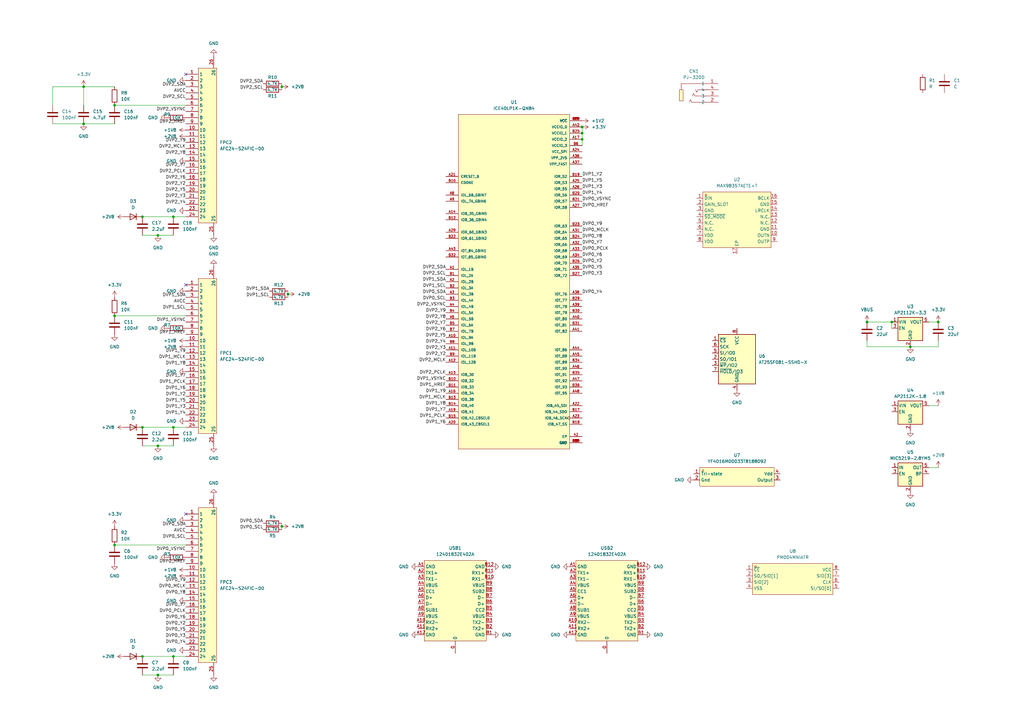
<source format=kicad_sch>
(kicad_sch (version 20230121) (generator eeschema)
  (paper "A3")
  (lib_symbols
    (symbol "Device:C" (pin_numbers hide) (pin_names (offset 0.254))
      (property "Reference" "C" (at 0.635 2.54 0))
      (property "Value" "C" (at 0.635 -2.54 0))
      (symbol "C_0_1"
        (polyline (pts (xy -2.032 -0.762) (xy 2.032 -0.762)) (stroke (width 0.508)))
        (polyline (pts (xy -2.032 0.762) (xy 2.032 0.762)) (stroke (width 0.508)))
      )
      (symbol "C_1_1"
        (pin passive line (at 0 3.81 270) (length 2.794) (name "~") (number "1"))
        (pin passive line (at 0 -3.81 90) (length 2.794) (name "~") (number "2"))
      )
    )
    (symbol "Device:D" (pin_numbers hide) (pin_names (offset 1.016) hide)
      (property "Reference" "D" (at 0 2.54 0))
      (property "Value" "D" (at 0 -2.54 0))
      (symbol "D_0_1"
        (polyline (pts (xy -1.27 1.27) (xy -1.27 -1.27)) (stroke (width 0.254)))
        (polyline (pts (xy 1.27 0) (xy -1.27 0)))
        (polyline (pts (xy 1.27 1.27) (xy 1.27 -1.27) (xy -1.27 0) (xy 1.27 1.27)) (stroke (width 0.254)))
      )
      (symbol "D_1_1"
        (pin passive line (at -3.81 0 0) (length 2.54) (name "K") (number "1"))
        (pin passive line (at 3.81 0 180) (length 2.54) (name "A") (number "2"))
      )
    )
    (symbol "Device:R" (pin_numbers hide) (pin_names (offset 0))
      (property "Reference" "R" (at 2.032 0 90))
      (property "Value" "R" (at 0 0 90))
      (symbol "R_0_1"
        (rectangle (start -1.016 -2.54) (end 1.016 2.54) (stroke (width 0.254)))
      )
      (symbol "R_1_1"
        (pin passive line (at 0 3.81 270) (length 1.27) (name "~") (number "1"))
        (pin passive line (at 0 -3.81 90) (length 1.27) (name "~") (number "2"))
      )
    )
    (symbol "ICE40LP1K-QN84:ICE40LP1K-QN84" (pin_names (offset 1.016))
      (property "Reference" "U" (at -22.874 68.622 0))
      (property "Value" "ICE40LP1K-QN84" (at -22.8927 -68.6781 0))
      (symbol "ICE40LP1K-QN84_0_0"
        (rectangle (start -22.86 -68.58) (end 22.86 68.58) (stroke (width 0.1524)) (fill (type background)))
        (pin power_in line (at 27.94 -63.5 180) (length 5.08) (name "EP") (number "42"))
        (pin bidirectional line (at -27.94 5.08 0) (length 5.08) (name "IOL_1B") (number "A1"))
        (pin bidirectional line (at -27.94 -22.86 0) (length 5.08) (name "IOL_9A") (number "A10"))
        (pin bidirectional line (at -27.94 -27.94 0) (length 5.08) (name "IOL_10B") (number "A11"))
        (pin bidirectional line (at -27.94 -33.02 0) (length 5.08) (name "IOL_12B") (number "A12"))
        (pin bidirectional line (at -27.94 -38.1 0) (length 5.08) (name "IOB_30") (number "A13"))
        (pin input line (at -27.94 27.94 0) (length 5.08) (name "IOB_35_GBIN5") (number "A14"))
        (pin power_in line (at 27.94 66.04 180) (length 5.08) (name "VCC") (number "A15"))
        (pin bidirectional line (at -27.94 -45.72 0) (length 5.08) (name "IOB_34") (number "A16"))
        (pin power_in line (at 27.94 58.42 180) (length 5.08) (name "VCCIO_2") (number "A17"))
        (pin power_in line (at 27.94 -66.04 180) (length 5.08) (name "GND") (number "A18"))
        (pin bidirectional line (at -27.94 -53.34 0) (length 5.08) (name "IOB_41") (number "A19"))
        (pin bidirectional line (at -27.94 0 0) (length 5.08) (name "IOL_2B") (number "A2"))
        (pin bidirectional line (at -27.94 -58.42 0) (length 5.08) (name "IOB_43_CBSEL1") (number "A20"))
        (pin input line (at -27.94 43.18 0) (length 5.08) (name "CRESET_B") (number "A21"))
        (pin bidirectional line (at 27.94 -50.8 180) (length 5.08) (name "IOB_45_SDI") (number "A22"))
        (pin bidirectional clock (at 27.94 -55.88 180) (length 5.08) (name "IOB_46_SCK") (number "A23"))
        (pin power_in line (at 27.94 53.34 180) (length 5.08) (name "VCC_SPI") (number "A24"))
        (pin bidirectional line (at 27.94 40.64 180) (length 5.08) (name "IOR_53") (number "A25"))
        (pin bidirectional line (at 27.94 38.1 180) (length 5.08) (name "IOR_55") (number "A26"))
        (pin bidirectional line (at 27.94 30.48 180) (length 5.08) (name "IOR_58") (number "A27"))
        (pin power_in line (at 27.94 66.04 180) (length 5.08) (name "VCC") (number "A28"))
        (pin input line (at -27.94 20.32 0) (length 5.08) (name "IOR_60_GBIN3") (number "A29"))
        (pin bidirectional line (at -27.94 -5.08 0) (length 5.08) (name "IOL_3B") (number "A3"))
        (pin power_in line (at 27.94 -66.04 180) (length 5.08) (name "GND") (number "A30"))
        (pin bidirectional line (at 27.94 20.32 180) (length 5.08) (name "IOR_64") (number "A31"))
        (pin bidirectional line (at 27.94 15.24 180) (length 5.08) (name "IOR_66") (number "A32"))
        (pin bidirectional line (at 27.94 12.7 180) (length 5.08) (name "IOR_68") (number "A33"))
        (pin bidirectional line (at 27.94 10.16 180) (length 5.08) (name "IOR_69") (number "A34"))
        (pin bidirectional line (at 27.94 5.08 180) (length 5.08) (name "IOR_71") (number "A35"))
        (pin power_in line (at 27.94 50.8 180) (length 5.08) (name "VPP_2V5") (number "A36"))
        (pin power_in line (at 27.94 48.26 180) (length 5.08) (name "VPP_FAST") (number "A37"))
        (pin bidirectional line (at 27.94 -5.08 180) (length 5.08) (name "IOT_76") (number "A38"))
        (pin bidirectional line (at 27.94 -10.16 180) (length 5.08) (name "IOT_78") (number "A39"))
        (pin bidirectional line (at -27.94 -10.16 0) (length 5.08) (name "IOL_4B") (number "A4"))
        (pin bidirectional line (at 27.94 -15.24 180) (length 5.08) (name "IOT_80") (number "A40"))
        (pin bidirectional line (at 27.94 -20.32 180) (length 5.08) (name "IOT_82") (number "A41"))
        (pin power_in line (at 27.94 63.5 180) (length 5.08) (name "VCCIO_0") (number "A42"))
        (pin input line (at -27.94 12.7 0) (length 5.08) (name "IOT_84_GBIN1") (number "A43"))
        (pin bidirectional line (at 27.94 -27.94 180) (length 5.08) (name "IOT_86") (number "A44"))
        (pin bidirectional line (at 27.94 -30.48 180) (length 5.08) (name "IOT_88") (number "A45"))
        (pin bidirectional line (at 27.94 -35.56 180) (length 5.08) (name "IOT_90") (number "A46"))
        (pin bidirectional line (at 27.94 -40.64 180) (length 5.08) (name "IOT_92") (number "A47"))
        (pin bidirectional line (at 27.94 -45.72 180) (length 5.08) (name "IOT_95") (number "A48"))
        (pin bidirectional line (at -27.94 -15.24 0) (length 5.08) (name "IOL_5B") (number "A5"))
        (pin power_in line (at 27.94 -66.04 180) (length 5.08) (name "GND") (number "A6"))
        (pin power_in line (at 27.94 66.04 180) (length 5.08) (name "VCC") (number "A7"))
        (pin input line (at -27.94 35.56 0) (length 5.08) (name "IOL_6B_GBIN7") (number "A8"))
        (pin input line (at -27.94 33.02 0) (length 5.08) (name "IOL_7A_GBIN6") (number "A9"))
        (pin bidirectional line (at -27.94 2.54 0) (length 5.08) (name "IOL_2A") (number "B1"))
        (pin bidirectional line (at -27.94 -40.64 0) (length 5.08) (name "IOB_32") (number "B10"))
        (pin bidirectional line (at -27.94 -43.18 0) (length 5.08) (name "IOB_33") (number "B11"))
        (pin input line (at -27.94 25.4 0) (length 5.08) (name "IOB_36_GBIN4") (number "B12"))
        (pin bidirectional line (at -27.94 -48.26 0) (length 5.08) (name "IOB_38") (number "B13"))
        (pin bidirectional line (at -27.94 -50.8 0) (length 5.08) (name "IOB_40") (number "B14"))
        (pin bidirectional line (at -27.94 -55.88 0) (length 5.08) (name "IOB_42_CBSEL0") (number "B15"))
        (pin input line (at -27.94 40.64 0) (length 5.08) (name "CDONE") (number "B16"))
        (pin bidirectional line (at 27.94 -53.34 180) (length 5.08) (name "IOB_44_SDO") (number "B17"))
        (pin bidirectional line (at 27.94 -58.42 180) (length 5.08) (name "IOB_47_SS") (number "B18"))
        (pin bidirectional line (at 27.94 43.18 180) (length 5.08) (name "IOR_52") (number "B19"))
        (pin bidirectional line (at -27.94 -2.54 0) (length 5.08) (name "IOL_3A") (number "B2"))
        (pin bidirectional line (at 27.94 35.56 180) (length 5.08) (name "IOR_56") (number "B20"))
        (pin bidirectional line (at 27.94 33.02 180) (length 5.08) (name "IOR_57") (number "B21"))
        (pin input line (at -27.94 17.78 0) (length 5.08) (name "IOR_61_GBIN2") (number "B22"))
        (pin bidirectional line (at 27.94 22.86 180) (length 5.08) (name "IOR_63") (number "B23"))
        (pin bidirectional line (at 27.94 17.78 180) (length 5.08) (name "IOR_65") (number "B24"))
        (pin power_in line (at 27.94 60.96 180) (length 5.08) (name "VCCIO_1") (number "B25"))
        (pin bidirectional line (at 27.94 7.62 180) (length 5.08) (name "IOR_70") (number "B26"))
        (pin bidirectional line (at 27.94 2.54 180) (length 5.08) (name "IOR_72") (number "B27"))
        (pin power_in line (at 27.94 66.04 180) (length 5.08) (name "VCC") (number "B28"))
        (pin bidirectional line (at 27.94 -7.62 180) (length 5.08) (name "IOT_77") (number "B29"))
        (pin bidirectional line (at -27.94 -7.62 0) (length 5.08) (name "IOL_4A") (number "B3"))
        (pin bidirectional line (at 27.94 -12.7 180) (length 5.08) (name "IOT_79") (number "B30"))
        (pin bidirectional line (at 27.94 -17.78 180) (length 5.08) (name "IOT_81") (number "B31"))
        (pin input line (at -27.94 10.16 0) (length 5.08) (name "IOT_85_GBIN0") (number "B32"))
        (pin power_in line (at 27.94 -66.04 180) (length 5.08) (name "GND") (number "B33"))
        (pin bidirectional line (at 27.94 -33.02 180) (length 5.08) (name "IOT_89") (number "B34"))
        (pin bidirectional line (at 27.94 -38.1 180) (length 5.08) (name "IOT_91") (number "B35"))
        (pin bidirectional line (at 27.94 -43.18 180) (length 5.08) (name "IOT_93") (number "B36"))
        (pin bidirectional line (at -27.94 -12.7 0) (length 5.08) (name "IOL_5A") (number "B4"))
        (pin bidirectional line (at -27.94 -17.78 0) (length 5.08) (name "IOL_6A") (number "B5"))
        (pin power_in line (at 27.94 55.88 180) (length 5.08) (name "VCCIO_3") (number "B6"))
        (pin bidirectional line (at -27.94 -20.32 0) (length 5.08) (name "IOL_7B") (number "B7"))
        (pin bidirectional line (at -27.94 -25.4 0) (length 5.08) (name "IOL_9B") (number "B8"))
        (pin bidirectional line (at -27.94 -30.48 0) (length 5.08) (name "IOL_11B") (number "B9"))
      )
    )
    (symbol "Memory_Flash:AT25SF081-SSHD-X"
      (property "Reference" "U" (at -6.35 11.43 0))
      (property "Value" "AT25SF081-SSHD-X" (at 11.43 11.43 0))
      (symbol "AT25SF081-SSHD-X_0_1"
        (rectangle (start -7.62 10.16) (end 7.62 -10.16) (stroke (width 0.254)) (fill (type background)))
      )
      (symbol "AT25SF081-SSHD-X_1_1"
        (pin input line (at -10.16 7.62 0) (length 2.54) (name "~{CS}") (number "1"))
        (pin bidirectional line (at -10.16 0 0) (length 2.54) (name "SO/IO1") (number "2"))
        (pin bidirectional line (at -10.16 -2.54 0) (length 2.54) (name "~{WP}/IO2") (number "3"))
        (pin power_in line (at 0 -12.7 90) (length 2.54) (name "GND") (number "4"))
        (pin bidirectional line (at -10.16 2.54 0) (length 2.54) (name "SI/IO0") (number "5"))
        (pin input line (at -10.16 5.08 0) (length 2.54) (name "SCK") (number "6"))
        (pin bidirectional line (at -10.16 -5.08 0) (length 2.54) (name "~{HOLD}/IO3") (number "7"))
        (pin power_in line (at 0 12.7 270) (length 2.54) (name "VCC") (number "8"))
      )
    )
    (symbol "Regulator_Linear:AP2112K-1.8" (pin_names (offset 0.254))
      (property "Reference" "U" (at -5.08 5.715 0))
      (property "Value" "AP2112K-1.8" (at 0 5.715 0))
      (symbol "AP2112K-1.8_0_1"
        (rectangle (start -5.08 4.445) (end 5.08 -5.08) (stroke (width 0.254)) (fill (type background)))
      )
      (symbol "AP2112K-1.8_1_1"
        (pin power_in line (at -7.62 2.54 0) (length 2.54) (name "VIN") (number "1"))
        (pin power_in line (at 0 -7.62 90) (length 2.54) (name "GND") (number "2"))
        (pin input line (at -7.62 0 0) (length 2.54) (name "EN") (number "3"))
        (pin no_connect line (at 5.08 0 180) (length 2.54) hide (name "NC") (number "4"))
        (pin power_out line (at 7.62 2.54 180) (length 2.54) (name "VOUT") (number "5"))
      )
    )
    (symbol "Regulator_Linear:AP2112K-3.3" (pin_names (offset 0.254))
      (property "Reference" "U" (at -5.08 5.715 0))
      (property "Value" "AP2112K-3.3" (at 0 5.715 0))
      (symbol "AP2112K-3.3_0_1"
        (rectangle (start -5.08 4.445) (end 5.08 -5.08) (stroke (width 0.254)) (fill (type background)))
      )
      (symbol "AP2112K-3.3_1_1"
        (pin power_in line (at -7.62 2.54 0) (length 2.54) (name "VIN") (number "1"))
        (pin power_in line (at 0 -7.62 90) (length 2.54) (name "GND") (number "2"))
        (pin input line (at -7.62 0 0) (length 2.54) (name "EN") (number "3"))
        (pin no_connect line (at 5.08 0 180) (length 2.54) hide (name "NC") (number "4"))
        (pin power_out line (at 7.62 2.54 180) (length 2.54) (name "VOUT") (number "5"))
      )
    )
    (symbol "Regulator_Linear:MIC5219-2.8YM5" (pin_names (offset 0.254))
      (property "Reference" "U" (at -3.81 5.715 0))
      (property "Value" "MIC5219-2.8YM5" (at 0 5.715 0))
      (symbol "MIC5219-2.8YM5_0_1"
        (rectangle (start -5.08 4.445) (end 5.08 -5.08) (stroke (width 0.254)) (fill (type background)))
      )
      (symbol "MIC5219-2.8YM5_1_1"
        (pin power_in line (at -7.62 2.54 0) (length 2.54) (name "IN") (number "1"))
        (pin power_in line (at 0 -7.62 90) (length 2.54) (name "GND") (number "2"))
        (pin input line (at -7.62 0 0) (length 2.54) (name "EN") (number "3"))
        (pin input line (at 7.62 0 180) (length 2.54) (name "BP") (number "4"))
        (pin power_out line (at 7.62 2.54 180) (length 2.54) (name "OUT") (number "5"))
      )
    )
    (symbol "easyeda2kicad:12401832E402A"
      (property "Reference" "USB" (at 0 22.86 0))
      (property "Value" "12401832E402A" (at 0 -22.86 0))
      (symbol "12401832E402A_0_1"
        (rectangle (start -12.7 20.32) (end 12.7 -12.7) (fill (type background)))
        (pin unspecified line (at 0 -17.78 90) (length 5.08) (name "0") (number "0"))
        (pin unspecified line (at -15.24 17.78 0) (length 2.54) (name "GND") (number "A1"))
        (pin unspecified line (at -15.24 -5.08 0) (length 2.54) (name "RX2-") (number "A10"))
        (pin unspecified line (at -15.24 -7.62 0) (length 2.54) (name "RX2+") (number "A11"))
        (pin unspecified line (at -15.24 -10.16 0) (length 2.54) (name "GND") (number "A12"))
        (pin unspecified line (at -15.24 15.24 0) (length 2.54) (name "TX1+") (number "A2"))
        (pin unspecified line (at -15.24 12.7 0) (length 2.54) (name "TX1-") (number "A3"))
        (pin unspecified line (at -15.24 10.16 0) (length 2.54) (name "VBUS") (number "A4"))
        (pin unspecified line (at -15.24 7.62 0) (length 2.54) (name "CC1") (number "A5"))
        (pin unspecified line (at -15.24 5.08 0) (length 2.54) (name "D+") (number "A6"))
        (pin unspecified line (at -15.24 2.54 0) (length 2.54) (name "D-") (number "A7"))
        (pin unspecified line (at -15.24 0 0) (length 2.54) (name "SUB1") (number "A8"))
        (pin unspecified line (at -15.24 -2.54 0) (length 2.54) (name "VBUS") (number "A9"))
        (pin unspecified line (at 15.24 -10.16 180) (length 2.54) (name "GND") (number "B1"))
        (pin unspecified line (at 15.24 12.7 180) (length 2.54) (name "RX1-") (number "B10"))
        (pin unspecified line (at 15.24 15.24 180) (length 2.54) (name "RX1+") (number "B11"))
        (pin unspecified line (at 15.24 17.78 180) (length 2.54) (name "GND") (number "B12"))
        (pin unspecified line (at 15.24 -7.62 180) (length 2.54) (name "TX2+") (number "B2"))
        (pin unspecified line (at 15.24 -5.08 180) (length 2.54) (name "TX2-") (number "B3"))
        (pin unspecified line (at 15.24 -2.54 180) (length 2.54) (name "VBUS") (number "B4"))
        (pin unspecified line (at 15.24 0 180) (length 2.54) (name "CC2") (number "B5"))
        (pin unspecified line (at 15.24 2.54 180) (length 2.54) (name "D+") (number "B6"))
        (pin unspecified line (at 15.24 5.08 180) (length 2.54) (name "D-") (number "B7"))
        (pin unspecified line (at 15.24 7.62 180) (length 2.54) (name "SUB2") (number "B8"))
        (pin unspecified line (at 15.24 10.16 180) (length 2.54) (name "VBUS") (number "B9"))
      )
    )
    (symbol "easyeda2kicad:AFC24-S24FIC-00"
      (property "Reference" "FPC" (at 0 41.91 0))
      (property "Value" "AFC24-S24FIC-00" (at 0 -41.91 0))
      (symbol "AFC24-S24FIC-00_0_1"
        (rectangle (start -1.27 31.75) (end 6.35 -31.75) (fill (type background)))
        (pin unspecified line (at -6.35 29.21 0) (length 5.08) (name "1") (number "1"))
        (pin unspecified line (at -6.35 6.35 0) (length 5.08) (name "10") (number "10"))
        (pin unspecified line (at -6.35 3.81 0) (length 5.08) (name "11") (number "11"))
        (pin unspecified line (at -6.35 1.27 0) (length 5.08) (name "12") (number "12"))
        (pin unspecified line (at -6.35 -1.27 0) (length 5.08) (name "13") (number "13"))
        (pin unspecified line (at -6.35 -3.81 0) (length 5.08) (name "14") (number "14"))
        (pin unspecified line (at -6.35 -6.35 0) (length 5.08) (name "15") (number "15"))
        (pin unspecified line (at -6.35 -8.89 0) (length 5.08) (name "16") (number "16"))
        (pin unspecified line (at -6.35 -11.43 0) (length 5.08) (name "17") (number "17"))
        (pin unspecified line (at -6.35 -13.97 0) (length 5.08) (name "18") (number "18"))
        (pin unspecified line (at -6.35 -16.51 0) (length 5.08) (name "19") (number "19"))
        (pin unspecified line (at -6.35 26.67 0) (length 5.08) (name "2") (number "2"))
        (pin unspecified line (at -6.35 -19.05 0) (length 5.08) (name "20") (number "20"))
        (pin unspecified line (at -6.35 -21.59 0) (length 5.08) (name "21") (number "21"))
        (pin unspecified line (at -6.35 -24.13 0) (length 5.08) (name "22") (number "22"))
        (pin unspecified line (at -6.35 -26.67 0) (length 5.08) (name "23") (number "23"))
        (pin unspecified line (at -6.35 -29.21 0) (length 5.08) (name "24") (number "24"))
        (pin unspecified line (at 5.08 -36.83 90) (length 5.08) (name "25") (number "25"))
        (pin unspecified line (at 5.08 36.83 270) (length 5.08) (name "26") (number "26"))
        (pin unspecified line (at -6.35 24.13 0) (length 5.08) (name "3") (number "3"))
        (pin unspecified line (at -6.35 21.59 0) (length 5.08) (name "4") (number "4"))
        (pin unspecified line (at -6.35 19.05 0) (length 5.08) (name "5") (number "5"))
        (pin unspecified line (at -6.35 16.51 0) (length 5.08) (name "6") (number "6"))
        (pin unspecified line (at -6.35 13.97 0) (length 5.08) (name "7") (number "7"))
        (pin unspecified line (at -6.35 11.43 0) (length 5.08) (name "8") (number "8"))
        (pin unspecified line (at -6.35 8.89 0) (length 5.08) (name "9") (number "9"))
      )
    )
    (symbol "easyeda2kicad:MAX98357AETE+T"
      (property "Reference" "U" (at 0 13.97 0))
      (property "Value" "MAX98357AETE+T" (at 0 -19.05 0))
      (symbol "MAX98357AETE+T_0_1"
        (rectangle (start -13.97 11.43) (end 13.97 -11.43) (fill (type background)))
        (circle (center -12.7 10.16) (radius 0.38))
        (pin unspecified line (at -16.51 8.89 0) (length 2.54) (name "DIN") (number "1"))
        (pin unspecified line (at 16.51 -6.35 180) (length 2.54) (name "OUTN") (number "10"))
        (pin unspecified line (at 16.51 -3.81 180) (length 2.54) (name "GND") (number "11"))
        (pin unspecified line (at 16.51 -1.27 180) (length 2.54) (name "N.C.") (number "12"))
        (pin unspecified line (at 16.51 1.27 180) (length 2.54) (name "N.C.") (number "13"))
        (pin unspecified line (at 16.51 3.81 180) (length 2.54) (name "LRCLK") (number "14"))
        (pin unspecified line (at 16.51 6.35 180) (length 2.54) (name "GND") (number "15"))
        (pin unspecified line (at 16.51 8.89 180) (length 2.54) (name "BCLK") (number "16"))
        (pin unspecified line (at 0 -13.97 90) (length 2.54) (name "EP") (number "17"))
        (pin unspecified line (at -16.51 6.35 0) (length 2.54) (name "GAIN_SLOT") (number "2"))
        (pin unspecified line (at -16.51 3.81 0) (length 2.54) (name "GND") (number "3"))
        (pin unspecified line (at -16.51 1.27 0) (length 2.54) (name "~{SD_MODE}") (number "4"))
        (pin unspecified line (at -16.51 -1.27 0) (length 2.54) (name "N.C.") (number "5"))
        (pin unspecified line (at -16.51 -3.81 0) (length 2.54) (name "N.C.") (number "6"))
        (pin unspecified line (at -16.51 -6.35 0) (length 2.54) (name "VDD") (number "7"))
        (pin unspecified line (at -16.51 -8.89 0) (length 2.54) (name "VDD") (number "8"))
        (pin unspecified line (at 16.51 -8.89 180) (length 2.54) (name "OUTP") (number "9"))
      )
    )
    (symbol "easyeda2kicad:PJ-320D"
      (property "Reference" "CN" (at 0 7.62 0))
      (property "Value" "PJ-320D" (at 0 -10.16 0))
      (symbol "PJ-320D_0_1"
        (rectangle (start -10.92 0) (end -9.4 -4.57) (fill (type background)))
        (polyline (pts (xy 0 2.54) (xy -10.16 2.54) (xy -10.16 0)))
        (polyline (pts (xy 0 -5.08) (xy -5.84 -5.08) (xy -6.35 -4.06) (xy -6.86 -5.08)))
        (polyline (pts (xy 0 -2.54) (xy -4.57 -2.54) (xy -5.08 -1.52) (xy -5.59 -2.54)))
        (polyline (pts (xy 1.02 0) (xy -3.3 0) (xy -3.81 -1.02) (xy -4.32 0)))
        (pin unspecified line (at 5.08 2.54 180) (length 5.08) (name "1") (number "1"))
        (pin unspecified line (at 5.08 -5.08 180) (length 5.08) (name "2") (number "2"))
        (pin unspecified line (at 5.08 -2.54 180) (length 5.08) (name "3") (number "3"))
        (pin unspecified line (at 5.08 0 180) (length 5.08) (name "4") (number "4"))
      )
    )
    (symbol "easyeda2kicad:PM004MNIATR"
      (property "Reference" "U" (at 0 8.89 0))
      (property "Value" "PM004MNIATR" (at 0 -8.89 0))
      (symbol "PM004MNIATR_0_1"
        (rectangle (start -16.51 6.35) (end 16.51 -6.35) (fill (type background)))
        (circle (center -15.24 5.08) (radius 0.38))
        (pin unspecified line (at -19.05 3.81 0) (length 2.54) (name "~{CE}") (number "1"))
        (pin unspecified line (at -19.05 1.27 0) (length 2.54) (name "SO/SIO[1]") (number "2"))
        (pin unspecified line (at -19.05 -1.27 0) (length 2.54) (name "SIO[2]") (number "3"))
        (pin unspecified line (at -19.05 -3.81 0) (length 2.54) (name "VSS") (number "4"))
        (pin unspecified line (at 19.05 -3.81 180) (length 2.54) (name "SI/SO[0]") (number "5"))
        (pin unspecified line (at 19.05 -1.27 180) (length 2.54) (name "CLK") (number "6"))
        (pin unspecified line (at 19.05 1.27 180) (length 2.54) (name "SIO[3]") (number "7"))
        (pin unspecified line (at 19.05 3.81 180) (length 2.54) (name "VCC") (number "8"))
      )
    )
    (symbol "easyeda2kicad:YF4016M00033T8188092"
      (property "Reference" "U" (at 0 7.62 0))
      (property "Value" "YF4016M00033T8188092" (at 0 -5.08 0))
      (symbol "YF4016M00033T8188092_0_1"
        (rectangle (start -15.24 5.08) (end 15.24 -2.54) (fill (type background)))
        (circle (center -13.97 3.81) (radius 0.38))
        (pin unspecified line (at -17.78 2.54 0) (length 2.54) (name "Tri-state") (number "1"))
        (pin unspecified line (at -17.78 0 0) (length 2.54) (name "Gnd") (number "2"))
        (pin unspecified line (at 17.78 0 180) (length 2.54) (name "Output") (number "3"))
        (pin unspecified line (at 17.78 2.54 180) (length 2.54) (name "Vdd") (number "4"))
      )
    )
    (symbol "power:+1V2" (power) (pin_names (offset 0))
      (property "Value" "+1V2" (at 0 3.556 0))
      (symbol "+1V2_0_1"
        (polyline (pts (xy -0.762 1.27) (xy 0 2.54)))
        (polyline (pts (xy 0 0) (xy 0 2.54)))
        (polyline (pts (xy 0 2.54) (xy 0.762 1.27)))
      )
      (symbol "+1V2_1_1"
        (pin power_in line (at 0 0 90) (length 0) hide (name "+1V2") (number "1"))
      )
    )
    (symbol "power:+1V8" (power) (pin_names (offset 0))
      (property "Value" "+1V8" (at 0 3.556 0))
      (symbol "+1V8_0_1"
        (polyline (pts (xy -0.762 1.27) (xy 0 2.54)))
        (polyline (pts (xy 0 0) (xy 0 2.54)))
        (polyline (pts (xy 0 2.54) (xy 0.762 1.27)))
      )
      (symbol "+1V8_1_1"
        (pin power_in line (at 0 0 90) (length 0) hide (name "+1V8") (number "1"))
      )
    )
    (symbol "power:+2V8" (power) (pin_names (offset 0))
      (property "Value" "+2V8" (at 0 3.556 0))
      (symbol "+2V8_0_1"
        (polyline (pts (xy -0.762 1.27) (xy 0 2.54)))
        (polyline (pts (xy 0 0) (xy 0 2.54)))
        (polyline (pts (xy 0 2.54) (xy 0.762 1.27)))
      )
      (symbol "+2V8_1_1"
        (pin power_in line (at 0 0 90) (length 0) hide (name "+2V8") (number "1"))
      )
    )
    (symbol "power:+3.3V" (power) (pin_names (offset 0))
      (property "Value" "+3.3V" (at 0 3.556 0))
      (symbol "+3.3V_0_1"
        (polyline (pts (xy -0.762 1.27) (xy 0 2.54)))
        (polyline (pts (xy 0 0) (xy 0 2.54)))
        (polyline (pts (xy 0 2.54) (xy 0.762 1.27)))
      )
      (symbol "+3.3V_1_1"
        (pin power_in line (at 0 0 90) (length 0) hide (name "+3.3V") (number "1"))
      )
    )
    (symbol "power:GND" (power) (pin_names (offset 0))
      (property "Value" "GND" (at 0 -3.81 0))
      (symbol "GND_0_1"
        (polyline (pts (xy 0 0) (xy 0 -1.27) (xy 1.27 -1.27) (xy 0 -2.54) (xy -1.27 -1.27) (xy 0 -1.27)))
      )
      (symbol "GND_1_1"
        (pin power_in line (at 0 0 270) (length 0) hide (name "GND") (number "1"))
      )
    )
    (symbol "power:VBUS" (power) (pin_names (offset 0))
      (property "Value" "VBUS" (at 0 3.81 0))
      (symbol "VBUS_0_1"
        (polyline (pts (xy -0.762 1.27) (xy 0 2.54)))
        (polyline (pts (xy 0 0) (xy 0 2.54)))
        (polyline (pts (xy 0 2.54) (xy 0.762 1.27)))
      )
      (symbol "VBUS_1_1"
        (pin power_in line (at 0 0 90) (length 0) hide (name "VBUS") (number "1"))
      )
    )
  )
  (junction (at 58.42 88.9))
  (junction (at 238.76 52.07))
  (junction (at 46.99 43.18))
  (junction (at 58.42 269.24))
  (junction (at 384.81 132.08))
  (junction (at 365.76 132.08))
  (junction (at 115.57 215.9))
  (junction (at 64.77 182.88))
  (junction (at 34.29 35.56))
  (junction (at 64.77 276.86))
  (junction (at 46.99 129.54))
  (junction (at 71.12 269.24))
  (junction (at 71.12 88.9))
  (junction (at 355.6 132.08))
  (junction (at 118.11 120.65))
  (junction (at 64.77 96.52))
  (junction (at 238.76 54.61))
  (junction (at 34.29 50.8))
  (junction (at 71.12 175.26))
  (junction (at 58.42 175.26))
  (junction (at 115.57 35.56))
  (junction (at 46.99 223.52))
  (junction (at 373.38 142.24))
  (junction (at 238.76 57.15))
  (no_connect (at 76.2 30.48))
  (no_connect (at 76.2 116.84))
  (no_connect (at 76.2 210.82))
  (wire (pts (xy 58.42 276.86) (xy 64.77 276.86)))
  (wire (pts (xy 58.42 96.52) (xy 64.77 96.52)))
  (wire (pts (xy 355.6 132.08) (xy 365.76 132.08)))
  (wire (pts (xy 365.76 132.08) (xy 365.76 134.62)))
  (wire (pts (xy 58.42 182.88) (xy 64.77 182.88)))
  (wire (pts (xy 238.76 54.61) (xy 238.76 57.15)))
  (wire (pts (xy 355.6 142.24) (xy 373.38 142.24)))
  (wire (pts (xy 355.6 139.7) (xy 355.6 142.24)))
  (wire (pts (xy 71.12 269.24) (xy 76.2 269.24)))
  (wire (pts (xy 238.76 57.15) (xy 238.76 59.69)))
  (wire (pts (xy 46.99 35.56) (xy 34.29 35.56)))
  (wire (pts (xy 58.42 269.24) (xy 71.12 269.24)))
  (wire (pts (xy 21.59 35.56) (xy 21.59 43.18)))
  (wire (pts (xy 384.81 142.24) (xy 373.38 142.24)))
  (wire (pts (xy 46.99 223.52) (xy 76.2 223.52)))
  (wire (pts (xy 34.29 35.56) (xy 21.59 35.56)))
  (wire (pts (xy 58.42 175.26) (xy 71.12 175.26)))
  (wire (pts (xy 46.99 129.54) (xy 76.2 129.54)))
  (wire (pts (xy 115.57 215.9) (xy 115.57 217.17)))
  (wire (pts (xy 71.12 88.9) (xy 76.2 88.9)))
  (wire (pts (xy 46.99 43.18) (xy 76.2 43.18)))
  (wire (pts (xy 384.81 139.7) (xy 384.81 142.24)))
  (wire (pts (xy 118.11 119.38) (xy 118.11 120.65)))
  (wire (pts (xy 58.42 88.9) (xy 71.12 88.9)))
  (wire (pts (xy 115.57 214.63) (xy 115.57 215.9)))
  (wire (pts (xy 64.77 96.52) (xy 71.12 96.52)))
  (wire (pts (xy 238.76 52.07) (xy 238.76 54.61)))
  (wire (pts (xy 381 132.08) (xy 384.81 132.08)))
  (wire (pts (xy 64.77 182.88) (xy 71.12 182.88)))
  (wire (pts (xy 381 166.37) (xy 384.81 166.37)))
  (wire (pts (xy 71.12 175.26) (xy 76.2 175.26)))
  (wire (pts (xy 115.57 34.29) (xy 115.57 35.56)))
  (wire (pts (xy 34.29 35.56) (xy 34.29 43.18)))
  (wire (pts (xy 21.59 50.8) (xy 34.29 50.8)))
  (wire (pts (xy 34.29 50.8) (xy 46.99 50.8)))
  (wire (pts (xy 118.11 120.65) (xy 118.11 121.92)))
  (wire (pts (xy 381 191.77) (xy 384.81 191.77)))
  (wire (pts (xy 64.77 276.86) (xy 71.12 276.86)))
  (wire (pts (xy 115.57 35.56) (xy 115.57 36.83)))
  (label "DVP1_SCL" (at 182.88 118.11 180))
  (label "DVP1_SDA" (at 110.49 119.38 180))
  (label "DVP0_Y5" (at 238.76 110.49 0))
  (label "DVP2_Y2" (at 182.88 146.05 180))
  (label "DVP0_PCLK" (at 76.2 251.46 180))
  (label "DVP1_Y4" (at 76.2 170.18 180))
  (label "DVP0_Y2" (at 238.76 107.95 0))
  (label "DVP1_Y5" (at 238.76 74.93 0))
  (label "DVP0_Y3" (at 76.2 261.62 180))
  (label "DVP1_Y8" (at 76.2 149.86 180))
  (label "DVP1_PCLK" (at 182.88 171.45 180))
  (label "DVP2_Y8" (at 76.2 63.5 180))
  (label "DVP0_SCL" (at 76.2 220.98 180))
  (label "DVP2_Y5" (at 182.88 138.43 180))
  (label "DVP0_Y6" (at 238.76 105.41 0))
  (label "DVP0_Y2" (at 76.2 256.54 180))
  (label "DVP0_SDA" (at 107.95 214.63 180))
  (label "DVP2_Y9" (at 182.88 128.27 180))
  (label "DVP1_HREF" (at 182.88 158.75 180))
  (label "DVP2_Y6" (at 182.88 135.89 180))
  (label "DVP2_Y8" (at 182.88 130.81 180))
  (label "DVP1_MCLK" (at 182.88 163.83 180))
  (label "DVP1_VSYNC" (at 76.2 132.08 180))
  (label "DVP2_Y3" (at 182.88 143.51 180))
  (label "DVP0_Y7" (at 76.2 248.92 180))
  (label "DVP2_SDA" (at 107.95 34.29 180))
  (label "DVP0_Y6" (at 76.2 254 180))
  (label "DVP0_HREF" (at 76.2 231.14 180))
  (label "DVP1_Y5" (at 76.2 165.1 180))
  (label "DVP1_Y3" (at 238.76 77.47 0))
  (label "DVP1_Y3" (at 76.2 167.64 180))
  (label "AVCC" (at 76.2 38.1 180))
  (label "AVCC" (at 76.2 218.44 180))
  (label "DVP0_Y4" (at 238.76 120.65 0))
  (label "DVP0_Y9" (at 76.2 238.76 180))
  (label "DVP2_SCL" (at 182.88 113.03 180))
  (label "DVP1_Y2" (at 76.2 162.56 180))
  (label "DVP2_Y2" (at 76.2 76.2 180))
  (label "DVP0_VSYNC" (at 76.2 226.06 180))
  (label "DVP0_VSYNC" (at 238.76 82.55 0))
  (label "DVP1_Y6" (at 76.2 160.02 180))
  (label "DVP2_Y4" (at 76.2 83.82 180))
  (label "DVP1_Y6" (at 182.88 173.99 180))
  (label "DVP2_Y7" (at 76.2 68.58 180))
  (label "DVP2_Y4" (at 182.88 140.97 180))
  (label "DVP0_SCL" (at 182.88 123.19 180))
  (label "DVP1_Y7" (at 76.2 154.94 180))
  (label "DVP2_PCLK" (at 182.88 153.67 180))
  (label "DVP0_PCLK" (at 238.76 102.87 0))
  (label "DVP0_Y8" (at 238.76 97.79 0))
  (label "DVP2_SCL" (at 107.95 36.83 180))
  (label "DVP0_Y4" (at 76.2 264.16 180))
  (label "DVP1_SCL" (at 110.49 121.92 180))
  (label "DVP1_Y8" (at 182.88 166.37 180))
  (label "DVP0_SDA" (at 182.88 120.65 180))
  (label "DVP1_Y2" (at 238.76 72.39 0))
  (label "DVP2_VSYNC" (at 76.2 45.72 180))
  (label "DVP1_SCL" (at 76.2 127 180))
  (label "DVP1_HREF" (at 76.2 137.16 180))
  (label "DVP2_Y3" (at 76.2 81.28 180))
  (label "DVP1_Y9" (at 76.2 144.78 180))
  (label "DVP0_Y3" (at 238.76 113.03 0))
  (label "DVP1_VSYNC" (at 182.88 156.21 180))
  (label "DVP0_MCLK" (at 76.2 241.3 180))
  (label "DVP0_SDA" (at 76.2 215.9 180))
  (label "DVP0_Y9" (at 238.76 92.71 0))
  (label "DVP1_SDA" (at 182.88 115.57 180))
  (label "DVP2_SDA" (at 182.88 110.49 180))
  (label "AVCC" (at 76.2 124.46 180))
  (label "DVP2_Y7" (at 182.88 133.35 180))
  (label "DVP2_Y6" (at 76.2 73.66 180))
  (label "DVP2_Y5" (at 76.2 78.74 180))
  (label "DVP0_Y5" (at 76.2 259.08 180))
  (label "DVP2_PCLK" (at 76.2 71.12 180))
  (label "DVP2_SCL" (at 76.2 40.64 180))
  (label "DVP0_Y8" (at 76.2 243.84 180))
  (label "DVP2_VSYNC" (at 182.88 125.73 180))
  (label "DVP2_SDA" (at 76.2 35.56 180))
  (label "DVP0_Y7" (at 238.76 100.33 0))
  (label "DVP1_SDA" (at 76.2 121.92 180))
  (label "DVP1_PCLK" (at 76.2 157.48 180))
  (label "DVP0_HREF" (at 238.76 85.09 0))
  (label "DVP2_HREF" (at 76.2 50.8 180))
  (label "DVP1_Y7" (at 182.88 168.91 180))
  (label "DVP2_MCLK" (at 182.88 148.59 180))
  (label "DVP0_SCL" (at 107.95 217.17 180))
  (label "DVP1_Y9" (at 182.88 161.29 180))
  (label "DVP1_MCLK" (at 76.2 147.32 180))
  (label "DVP0_MCLK" (at 238.76 95.25 0))
  (label "DVP2_Y9" (at 76.2 58.42 180))
  (label "DVP2_MCLK" (at 76.2 60.96 180))
  (label "DVP1_Y4" (at 238.76 80.01 0))
  (symbol (lib_id "power:GND") (at 171.45 232.41 270) (unit 1)
    (property "Reference" "#PWR051" (effects hide))
    (property "Value" "GND" (at 167.64 232.41 90) (effects (justify right)))
  )
  (symbol (lib_id "power:+1V8") (at 76.2 139.7 90) (unit 1)
    (property "Reference" "#PWR029" (effects hide))
    (property "Value" "+1V8" (at 72.39 139.7 90) (effects (justify left)))
  )
  (symbol (lib_id "power:+2V8") (at 50.8 88.9 90) (unit 1)
    (property "Reference" "#PWR037" (effects hide))
    (property "Value" "+2V8" (at 46.99 88.9 90) (effects (justify left)))
  )
  (symbol (lib_id "Device:C") (at 71.12 179.07 0) (unit 1)
    (property "Reference" "C13" (at 74.93 177.8 0) (effects (justify left)))
    (property "Value" "100nF" (at 74.93 180.34 0) (effects (justify left)))
    (property "Footprint" "Capacitor_SMD:C_0402_1005Metric" (effects hide))
  )
  (symbol (lib_id "power:GND") (at 373.38 176.53 0) (unit 1)
    (property "Reference" "#PWR05" (effects hide))
    (property "Value" "GND" (at 373.38 181.61 0))
  )
  (symbol (lib_id "Device:R") (at 72.39 48.26 90) (unit 1)
    (property "Reference" "R9" (at 68.58 46.99 90))
    (property "Value" "10K" (at 72.39 48.26 90))
    (property "Footprint" "Capacitor_SMD:C_0402_1005Metric" (effects hide))
  )
  (symbol (lib_id "power:+2V8") (at 118.11 120.65 270) (unit 1)
    (property "Reference" "#PWR048" (effects hide))
    (property "Value" "+2V8" (at 121.92 120.65 90) (effects (justify left)))
  )
  (symbol (lib_id "power:GND") (at 76.2 66.04 270) (unit 1)
    (property "Reference" "#PWR043" (effects hide))
    (property "Value" "GND" (at 72.39 66.04 90) (effects (justify right)))
  )
  (symbol (lib_id "Device:R") (at 111.76 34.29 90) (unit 1)
    (property "Reference" "R10" (at 111.76 31.75 90))
    (property "Value" "4.7K" (at 111.76 34.29 90))
    (property "Footprint" "Capacitor_SMD:C_0402_1005Metric" (effects hide))
  )
  (symbol (lib_id "Device:C") (at 71.12 92.71 0) (unit 1)
    (property "Reference" "C18" (at 74.93 91.44 0) (effects (justify left)))
    (property "Value" "100nF" (at 74.93 93.98 0) (effects (justify left)))
    (property "Footprint" "Capacitor_SMD:C_0402_1005Metric" (effects hide))
  )
  (symbol (lib_id "power:+3.3V") (at 384.81 132.08 0) (unit 1)
    (property "Reference" "#PWR07" (effects hide))
    (property "Value" "+3.3V" (at 384.81 127 0))
  )
  (symbol (lib_id "Regulator_Linear:AP2112K-3.3") (at 373.38 134.62 0) (unit 1)
    (property "Reference" "U3" (at 373.38 125.73 0))
    (property "Value" "AP2112K-3.3" (at 373.38 128.27 0))
    (property "Footprint" "Package_TO_SOT_SMD:SOT-23-5" (effects hide))
    (property "Datasheet" "https://www.diodes.com/assets/Datasheets/AP2112.pdf" (effects hide))
  )
  (symbol (lib_id "power:GND") (at 76.2 172.72 270) (unit 1)
    (property "Reference" "#PWR032" (effects hide))
    (property "Value" "GND" (at 72.39 172.72 90) (effects (justify right)))
  )
  (symbol (lib_id "power:+1V8") (at 76.2 53.34 90) (unit 1)
    (property "Reference" "#PWR041" (effects hide))
    (property "Value" "+1V8" (at 72.39 53.34 90) (effects (justify left)))
  )
  (symbol (lib_id "Device:C") (at 46.99 46.99 0) (unit 1)
    (property "Reference" "C16" (at 50.8 45.72 0) (effects (justify left)))
    (property "Value" "100nF" (at 50.8 48.26 0) (effects (justify left)))
    (property "Footprint" "Capacitor_SMD:C_0402_1005Metric" (effects hide))
  )
  (symbol (lib_id "power:VBUS") (at 355.6 132.08 0) (unit 1)
    (property "Reference" "#PWR03" (effects hide))
    (property "Value" "VBUS" (at 355.6 127 0))
  )
  (symbol (lib_id "power:GND") (at 46.99 137.16 0) (unit 1)
    (property "Reference" "#PWR024" (effects hide))
    (property "Value" "GND" (at 46.99 142.24 0))
  )
  (symbol (lib_id "Device:R") (at 111.76 214.63 90) (unit 1)
    (property "Reference" "R4" (at 111.76 212.09 90))
    (property "Value" "4.7K" (at 111.76 214.63 90))
    (property "Footprint" "Capacitor_SMD:C_0402_1005Metric" (effects hide))
  )
  (symbol (lib_id "power:GND") (at 87.63 96.52 0) (unit 1)
    (property "Reference" "#PWR046" (effects hide))
    (property "Value" "GND" (at 87.63 101.6 0))
  )
  (symbol (lib_id "power:GND") (at 373.38 201.93 0) (unit 1)
    (property "Reference" "#PWR06" (effects hide))
    (property "Value" "GND" (at 373.38 207.01 0))
  )
  (symbol (lib_id "power:GND") (at 76.2 266.7 270) (unit 1)
    (property "Reference" "#PWR019" (effects hide))
    (property "Value" "GND" (at 72.39 266.7 90) (effects (justify right)))
  )
  (symbol (lib_id "Memory_Flash:AT25SF081-SSHD-X") (at 302.26 147.32 0) (unit 1)
    (property "Reference" "U6" (at 311.15 146.05 0) (effects (justify left)))
    (property "Value" "AT25SF081-SSHD-X" (at 311.15 148.59 0) (effects (justify left)))
    (property "Footprint" "Package_SO:SOIC-8_3.9x4.9mm_P1.27mm" (effects hide))
    (property "Datasheet" "https://www.adestotech.com/wp-content/uploads/DS-AT25SF081_045.pdf" (effects hide))
  )
  (symbol (lib_id "power:+2V8") (at 76.2 142.24 90) (unit 1)
    (property "Reference" "#PWR030" (effects hide))
    (property "Value" "+2V8" (at 72.39 142.24 90) (effects (justify left)))
  )
  (symbol (lib_id "power:GND") (at 76.2 246.38 270) (unit 1)
    (property "Reference" "#PWR018" (effects hide))
    (property "Value" "GND" (at 72.39 246.38 90) (effects (justify right)))
  )
  (symbol (lib_id "power:GND") (at 201.93 260.35 90) (unit 1)
    (property "Reference" "#PWR054" (effects hide))
    (property "Value" "GND" (at 205.74 260.35 90) (effects (justify right)))
  )
  (symbol (lib_id "Device:C") (at 34.29 46.99 0) (unit 1)
    (property "Reference" "C15" (at 38.1 45.72 0) (effects (justify left)))
    (property "Value" "4.7uF" (at 38.1 48.26 0) (effects (justify left)))
    (property "Footprint" "Capacitor_SMD:C_0402_1005Metric" (effects hide))
  )
  (symbol (lib_id "power:GND") (at 87.63 203.2 180) (unit 1)
    (property "Reference" "#PWR020" (effects hide))
    (property "Value" "GND" (at 87.63 198.12 0))
  )
  (symbol (lib_id "power:GND") (at 64.77 182.88 0) (unit 1)
    (property "Reference" "#PWR026" (effects hide))
    (property "Value" "GND" (at 64.77 187.96 0))
  )
  (symbol (lib_id "Device:C") (at 46.99 133.35 0) (unit 1)
    (property "Reference" "C11" (at 50.8 132.08 0) (effects (justify left)))
    (property "Value" "100nF" (at 50.8 134.62 0) (effects (justify left)))
    (property "Footprint" "Capacitor_SMD:C_0402_1005Metric" (effects hide))
  )
  (symbol (lib_id "power:GND") (at 76.2 33.02 270) (unit 1)
    (property "Reference" "#PWR040" (effects hide))
    (property "Value" "GND" (at 72.39 33.02 90) (effects (justify right)))
  )
  (symbol (lib_id "power:GND") (at 373.38 142.24 0) (unit 1)
    (property "Reference" "#PWR04" (effects hide))
    (property "Value" "GND" (at 373.38 147.32 0))
  )
  (symbol (lib_id "easyeda2kicad:YF4016M00033T8188092") (at 302.26 196.85 0) (unit 1)
    (property "Reference" "U7" (at 302.26 186.69 0))
    (property "Value" "YF4016M00033T8188092" (at 302.26 189.23 0))
    (property "Footprint" "easyeda2kicad:OSC-SMD_4P-L3.2-W2.5-BL" (effects hide))
    (property "LCSC Part" "C2831458" (effects hide))
  )
  (symbol (lib_id "Device:R") (at 46.99 219.71 0) (unit 1)
    (property "Reference" "R2" (at 49.53 218.44 0) (effects (justify left)))
    (property "Value" "10K" (at 49.53 220.98 0) (effects (justify left)))
    (property "Footprint" "Capacitor_SMD:C_0402_1005Metric" (effects hide))
  )
  (symbol (lib_id "power:GND") (at 171.45 260.35 270) (unit 1)
    (property "Reference" "#PWR052" (effects hide))
    (property "Value" "GND" (at 167.64 260.35 90) (effects (justify right)))
  )
  (symbol (lib_id "power:+2V8") (at 115.57 215.9 270) (unit 1)
    (property "Reference" "#PWR022" (effects hide))
    (property "Value" "+2V8" (at 119.38 215.9 90) (effects (justify left)))
  )
  (symbol (lib_id "easyeda2kicad:PM004MNIATR") (at 325.12 237.49 0) (unit 1)
    (property "Reference" "U8" (at 325.12 226.06 0))
    (property "Value" "PM004MNIATR" (at 325.12 228.6 0))
    (property "Footprint" "easyeda2kicad:SOP-8_L4.9-W3.9-P1.27-LS6.0-BL" (effects hide))
    (property "LCSC Part" "C5444277" (effects hide))
  )
  (symbol (lib_id "easyeda2kicad:12401832E402A") (at 186.69 250.19 0) (unit 1)
    (property "Reference" "USB1" (at 186.69 224.79 0))
    (property "Value" "12401832E402A" (at 186.69 227.33 0))
    (property "Footprint" "easyeda2kicad:USB-C-TH_12401832E402A" (effects hide))
    (property "Datasheet" "https://lcsc.com/product-detail/USB-Connectors_Amphenol-ICC-12401832E402A_C464604.html" (effects hide))
    (property "LCSC Part" "C464604" (effects hide))
  )
  (symbol (lib_id "power:GND") (at 201.93 232.41 90) (unit 1)
    (property "Reference" "#PWR053" (effects hide))
    (property "Value" "GND" (at 205.74 232.41 90) (effects (justify right)))
  )
  (symbol (lib_id "Device:C") (at 384.81 135.89 0) (unit 1)
    (property "Reference" "C3" (at 388.62 134.62 0) (effects (justify left)))
    (property "Value" "22uF" (at 388.62 137.16 0) (effects (justify left)))
    (property "Footprint" "Capacitor_SMD:C_0402_1005Metric" (effects hide))
  )
  (symbol (lib_id "power:GND") (at 68.58 228.6 270) (unit 1)
    (property "Reference" "#PWR014" (effects hide))
    (property "Value" "GND" (at 64.77 228.6 90) (effects (justify right)))
  )
  (symbol (lib_id "Device:D") (at 54.61 88.9 180) (unit 1)
    (property "Reference" "D3" (at 54.61 82.55 0))
    (property "Value" "D" (at 54.61 85.09 0))
    (property "Sim.Device" "D" (effects hide))
    (property "Sim.Pins" "1=K 2=A" (effects hide))
  )
  (symbol (lib_id "power:+3.3V") (at 46.99 215.9 0) (unit 1)
    (property "Reference" "#PWR010" (effects hide))
    (property "Value" "+3.3V" (at 46.99 210.82 0))
  )
  (symbol (lib_id "Regulator_Linear:AP2112K-1.8") (at 373.38 168.91 0) (unit 1)
    (property "Reference" "U4" (at 373.38 160.02 0))
    (property "Value" "AP2112K-1.8" (at 373.38 162.56 0))
    (property "Footprint" "Package_TO_SOT_SMD:SOT-23-5" (effects hide))
    (property "Datasheet" "https://www.diodes.com/assets/Datasheets/AP2112.pdf" (effects hide))
  )
  (symbol (lib_id "power:GND") (at 302.26 160.02 0) (unit 1)
    (property "Reference" "#PWR060" (effects hide))
    (property "Value" "GND" (at 302.26 165.1 0))
  )
  (symbol (lib_id "Device:D") (at 54.61 269.24 180) (unit 1)
    (property "Reference" "D1" (at 54.61 262.89 0))
    (property "Value" "D" (at 54.61 265.43 0))
    (property "Sim.Device" "D" (effects hide))
    (property "Sim.Pins" "1=K 2=A" (effects hide))
  )
  (symbol (lib_id "power:GND") (at 87.63 276.86 0) (unit 1)
    (property "Reference" "#PWR021" (effects hide))
    (property "Value" "GND" (at 87.63 281.94 0))
  )
  (symbol (lib_id "power:GND") (at 87.63 182.88 0) (unit 1)
    (property "Reference" "#PWR034" (effects hide))
    (property "Value" "GND" (at 87.63 187.96 0))
  )
  (symbol (lib_id "power:GND") (at 233.68 260.35 270) (unit 1)
    (property "Reference" "#PWR056" (effects hide))
    (property "Value" "GND" (at 229.87 260.35 90) (effects (justify right)))
  )
  (symbol (lib_id "power:GND") (at 87.63 22.86 180) (unit 1)
    (property "Reference" "#PWR045" (effects hide))
    (property "Value" "GND" (at 87.63 17.78 0))
  )
  (symbol (lib_id "power:GND") (at 76.2 86.36 270) (unit 1)
    (property "Reference" "#PWR044" (effects hide))
    (property "Value" "GND" (at 72.39 86.36 90) (effects (justify right)))
  )
  (symbol (lib_id "Device:R") (at 72.39 134.62 90) (unit 1)
    (property "Reference" "R7" (at 68.58 133.35 90))
    (property "Value" "10K" (at 72.39 134.62 90))
    (property "Footprint" "Capacitor_SMD:C_0402_1005Metric" (effects hide))
  )
  (symbol (lib_id "power:GND") (at 264.16 260.35 90) (unit 1)
    (property "Reference" "#PWR057" (effects hide))
    (property "Value" "GND" (at 267.97 260.35 90) (effects (justify right)))
  )
  (symbol (lib_id "Device:R") (at 114.3 121.92 90) (unit 1)
    (property "Reference" "R13" (at 114.3 124.46 90))
    (property "Value" "4.7K" (at 114.3 121.92 90))
    (property "Footprint" "Capacitor_SMD:C_0402_1005Metric" (effects hide))
  )
  (symbol (lib_id "ICE40LP1K-QN84:ICE40LP1K-QN84") (at 210.82 115.57 0) (unit 1)
    (property "Reference" "U1" (at 210.82 41.91 0))
    (property "Value" "ICE40LP1K-QN84" (at 210.82 44.45 0))
    (property "Footprint" "footprint:LATTICE_ICE40LP1K-QN84" (effects hide))
    (property "MF" "Lattice Semiconductor" (effects hide))
    (property "Description" "\niCE40™ LP Field Programmable Gate Array (FPGA) IC 67 65536 1280 84-VFQFN Dual Rows, Exposed Pad\n" (effects hide))
    (property "Package" "QFN-84 Lattice Semiconductor" (effects hide))
    (property "Price" "None" (effects hide))
    (property "Check_prices" "https://www.snapeda.com/parts/ICE40LP1K-QN84/Lattice+Semiconductor+Corporation/view-part/?ref=eda" (effects hide))
    (property "STANDARD" "MANUFACTURER RECOMMENDATIONS" (effects hide))
    (property "PARTREV" "3.4" (effects hide))
    (property "SnapEDA_Link" "https://www.snapeda.com/parts/ICE40LP1K-QN84/Lattice+Semiconductor+Corporation/view-part/?ref=snap" (effects hide))
    (property "MP" "ICE40LP1K-QN84" (effects hide))
    (property "Purchase-URL" "https://www.snapeda.com/api/url_track_click_mouser/?unipart_id=264192&manufacturer=Lattice Semiconductor&part_name=ICE40LP1K-QN84&search_term=ice40lp1k-qn84" (effects hide))
    (property "Availability" "In Stock" (effects hide))
    (property "MANUFACTURER" "LATTICE SEMICONDUCTOR" (effects hide))
  )
  (symbol (lib_id "power:+3.3V") (at 238.76 52.07 270) (unit 1)
    (property "Reference" "#PWR049" (effects hide))
    (property "Value" "+3.3V" (at 242.57 52.07 90) (effects (justify left)))
  )
  (symbol (lib_id "power:+2V8") (at 384.81 191.77 0) (unit 1)
    (property "Reference" "#PWR09" (effects hide))
    (property "Value" "+2V8" (at 384.81 186.69 0))
  )
  (symbol (lib_id "Device:C") (at 46.99 227.33 0) (unit 1)
    (property "Reference" "C6" (at 50.8 226.06 0) (effects (justify left)))
    (property "Value" "100nF" (at 50.8 228.6 0) (effects (justify left)))
    (property "Footprint" "Capacitor_SMD:C_0402_1005Metric" (effects hide))
  )
  (symbol (lib_id "Device:C") (at 355.6 135.89 0) (unit 1)
    (property "Reference" "C2" (at 359.41 134.62 0) (effects (justify left)))
    (property "Value" "22uF" (at 359.41 137.16 0) (effects (justify left)))
    (property "Footprint" "Capacitor_SMD:C_0402_1005Metric" (effects hide))
  )
  (symbol (lib_id "power:+2V8") (at 50.8 175.26 90) (unit 1)
    (property "Reference" "#PWR025" (effects hide))
    (property "Value" "+2V8" (at 46.99 175.26 90) (effects (justify left)))
  )
  (symbol (lib_id "power:+3.3V") (at 34.29 35.56 0) (unit 1)
    (property "Reference" "#PWR035" (effects hide))
    (property "Value" "+3.3V" (at 34.29 30.48 0))
  )
  (symbol (lib_id "Device:R") (at 46.99 125.73 0) (unit 1)
    (property "Reference" "R6" (at 49.53 124.46 0) (effects (justify left)))
    (property "Value" "10K" (at 49.53 127 0) (effects (justify left)))
    (property "Footprint" "Capacitor_SMD:C_0402_1005Metric" (effects hide))
  )
  (symbol (lib_id "power:GND") (at 64.77 276.86 0) (unit 1)
    (property "Reference" "#PWR013" (effects hide))
    (property "Value" "GND" (at 64.77 281.94 0))
  )
  (symbol (lib_id "power:+3.3V") (at 46.99 121.92 0) (unit 1)
    (property "Reference" "#PWR023" (effects hide))
    (property "Value" "+3.3V" (at 46.99 116.84 0))
  )
  (symbol (lib_id "Device:R") (at 46.99 39.37 0) (unit 1)
    (property "Reference" "R8" (at 49.53 38.1 0) (effects (justify left)))
    (property "Value" "10K" (at 49.53 40.64 0) (effects (justify left)))
    (property "Footprint" "Capacitor_SMD:C_0402_1005Metric" (effects hide))
  )
  (symbol (lib_id "power:GND") (at 34.29 50.8 0) (unit 1)
    (property "Reference" "#PWR036" (effects hide))
    (property "Value" "GND" (at 34.29 55.88 0))
  )
  (symbol (lib_id "power:GND") (at 68.58 48.26 270) (unit 1)
    (property "Reference" "#PWR039" (effects hide))
    (property "Value" "GND" (at 64.77 48.26 90) (effects (justify right)))
  )
  (symbol (lib_id "power:GND") (at 76.2 152.4 270) (unit 1)
    (property "Reference" "#PWR031" (effects hide))
    (property "Value" "GND" (at 72.39 152.4 90) (effects (justify right)))
  )
  (symbol (lib_id "power:+1V8") (at 76.2 233.68 90) (unit 1)
    (property "Reference" "#PWR016" (effects hide))
    (property "Value" "+1V8" (at 72.39 233.68 90) (effects (justify left)))
  )
  (symbol (lib_id "power:GND") (at 46.99 231.14 0) (unit 1)
    (property "Reference" "#PWR011" (effects hide))
    (property "Value" "GND" (at 46.99 236.22 0))
  )
  (symbol (lib_id "Device:D") (at 54.61 175.26 180) (unit 1)
    (property "Reference" "D2" (at 54.61 168.91 0))
    (property "Value" "D" (at 54.61 171.45 0))
    (property "Sim.Device" "D" (effects hide))
    (property "Sim.Pins" "1=K 2=A" (effects hide))
  )
  (symbol (lib_id "power:GND") (at 233.68 232.41 270) (unit 1)
    (property "Reference" "#PWR055" (effects hide))
    (property "Value" "GND" (at 229.87 232.41 90) (effects (justify right)))
  )
  (symbol (lib_id "Device:C") (at 21.59 46.99 0) (unit 1)
    (property "Reference" "C14" (at 25.4 45.72 0) (effects (justify left)))
    (property "Value" "100nF" (at 25.4 48.26 0) (effects (justify left)))
    (property "Footprint" "Capacitor_SMD:C_0402_1005Metric" (effects hide))
  )
  (symbol (lib_id "power:GND") (at 87.63 109.22 180) (unit 1)
    (property "Reference" "#PWR033" (effects hide))
    (property "Value" "GND" (at 87.63 104.14 0))
  )
  (symbol (lib_id "Device:C") (at 387.35 34.29 0) (unit 1)
    (property "Reference" "C1" (at 391.16 33.02 0) (effects (justify left)))
    (property "Value" "C" (at 391.16 35.56 0) (effects (justify left)))
    (property "Footprint" "Capacitor_SMD:C_0402_1005Metric" (effects hide))
  )
  (symbol (lib_id "easyeda2kicad:AFC24-S24FIC-00") (at 82.55 240.03 0) (unit 1)
    (property "Reference" "FPC3" (at 90.17 238.76 0) (effects (justify left)))
    (property "Value" "AFC24-S24FIC-00" (at 90.17 241.3 0) (effects (justify left)))
    (property "Footprint" "easyeda2kicad:FPC-SMD_P0.50-24P_QCHF-SM-H2.0" (effects hide))
    (property "Datasheet" "https://lcsc.com/product-detail/Others_JUSHUO-AFC24-S24FIC-00_C262292.html" (effects hide))
    (property "LCSC Part" "C262292" (effects hide))
  )
  (symbol (lib_id "Device:R") (at 111.76 36.83 90) (unit 1)
    (property "Reference" "R11" (at 111.76 39.37 90))
    (property "Value" "4.7K" (at 111.76 36.83 90))
    (property "Footprint" "Capacitor_SMD:C_0402_1005Metric" (effects hide))
  )
  (symbol (lib_id "Device:C") (at 58.42 92.71 0) (unit 1)
    (property "Reference" "C17" (at 62.23 91.44 0) (effects (justify left)))
    (property "Value" "2.2uF" (at 62.23 93.98 0) (effects (justify left)))
    (property "Footprint" "Capacitor_SMD:C_0402_1005Metric" (effects hide))
  )
  (symbol (lib_id "power:+2V8") (at 115.57 35.56 270) (unit 1)
    (property "Reference" "#PWR047" (effects hide))
    (property "Value" "+2V8" (at 119.38 35.56 90) (effects (justify left)))
  )
  (symbol (lib_id "Device:C") (at 58.42 273.05 0) (unit 1)
    (property "Reference" "C7" (at 62.23 271.78 0) (effects (justify left)))
    (property "Value" "2.2uF" (at 62.23 274.32 0) (effects (justify left)))
    (property "Footprint" "Capacitor_SMD:C_0402_1005Metric" (effects hide))
  )
  (symbol (lib_id "Device:R") (at 111.76 217.17 90) (unit 1)
    (property "Reference" "R5" (at 111.76 219.71 90))
    (property "Value" "4.7K" (at 111.76 217.17 90))
    (property "Footprint" "Capacitor_SMD:C_0402_1005Metric" (effects hide))
  )
  (symbol (lib_id "easyeda2kicad:12401832E402A") (at 248.92 250.19 0) (unit 1)
    (property "Reference" "USB2" (at 248.92 224.79 0))
    (property "Value" "12401832E402A" (at 248.92 227.33 0))
    (property "Footprint" "easyeda2kicad:USB-C-TH_12401832E402A" (effects hide))
    (property "Datasheet" "https://lcsc.com/product-detail/USB-Connectors_Amphenol-ICC-12401832E402A_C464604.html" (effects hide))
    (property "LCSC Part" "C464604" (effects hide))
  )
  (symbol (lib_id "power:GND") (at 76.2 119.38 270) (unit 1)
    (property "Reference" "#PWR028" (effects hide))
    (property "Value" "GND" (at 72.39 119.38 90) (effects (justify right)))
  )
  (symbol (lib_id "Device:R") (at 72.39 228.6 90) (unit 1)
    (property "Reference" "R3" (at 68.58 227.33 90))
    (property "Value" "10K" (at 72.39 228.6 90))
    (property "Footprint" "Capacitor_SMD:C_0402_1005Metric" (effects hide))
  )
  (symbol (lib_id "easyeda2kicad:MAX98357AETE+T") (at 302.26 90.17 0) (unit 1)
    (property "Reference" "U2" (at 302.26 73.66 0))
    (property "Value" "MAX98357AETE+T" (at 302.26 76.2 0))
    (property "Footprint" "easyeda2kicad:TQFN-16_L3.0-W3.0-P0.50-BL-EP1.5" (effects hide))
    (property "LCSC Part" "C910544" (effects hide))
  )
  (symbol (lib_id "Device:R") (at 114.3 119.38 90) (unit 1)
    (property "Reference" "R12" (at 114.3 116.84 90))
    (property "Value" "4.7K" (at 114.3 119.38 90))
    (property "Footprint" "Capacitor_SMD:C_0402_1005Metric" (effects hide))
  )
  (symbol (lib_id "power:GND") (at 68.58 134.62 270) (unit 1)
    (property "Reference" "#PWR027" (effects hide))
    (property "Value" "GND" (at 64.77 134.62 90) (effects (justify right)))
  )
  (symbol (lib_id "Device:C") (at 58.42 179.07 0) (unit 1)
    (property "Reference" "C12" (at 62.23 177.8 0) (effects (justify left)))
    (property "Value" "2.2uF" (at 62.23 180.34 0) (effects (justify left)))
    (property "Footprint" "Capacitor_SMD:C_0402_1005Metric" (effects hide))
  )
  (symbol (lib_id "power:GND") (at 76.2 213.36 270) (unit 1)
    (property "Reference" "#PWR015" (effects hide))
    (property "Value" "GND" (at 72.39 213.36 90) (effects (justify right)))
  )
  (symbol (lib_id "power:GND") (at 264.16 232.41 90) (unit 1)
    (property "Reference" "#PWR058" (effects hide))
    (property "Value" "GND" (at 267.97 232.41 90) (effects (justify right)))
  )
  (symbol (lib_id "power:+1V2") (at 238.76 49.53 270) (unit 1)
    (property "Reference" "#PWR050" (effects hide))
    (property "Value" "+1V2" (at 242.57 49.53 90) (effects (justify left)))
  )
  (symbol (lib_id "power:+2V8") (at 50.8 269.24 90) (unit 1)
    (property "Reference" "#PWR012" (effects hide))
    (property "Value" "+2V8" (at 46.99 269.24 90) (effects (justify left)))
  )
  (symbol (lib_id "Regulator_Linear:MIC5219-2.8YM5") (at 373.38 194.31 0) (unit 1)
    (property "Reference" "U5" (at 373.38 185.42 0))
    (property "Value" "MIC5219-2.8YM5" (at 373.38 187.96 0))
    (property "Footprint" "Package_TO_SOT_SMD:SOT-23-5" (effects hide))
    (property "Datasheet" "http://ww1.microchip.com/downloads/en/DeviceDoc/MIC5219-500mA-Peak-Output-LDO-Regulator-DS20006021A.pdf" (effects hide))
  )
  (symbol (lib_id "power:GND") (at 284.48 196.85 270) (unit 1)
    (property "Reference" "#PWR059" (effects hide))
    (property "Value" "GND" (at 280.67 196.85 90) (effects (justify right)))
  )
  (symbol (lib_id "easyeda2kicad:AFC24-S24FIC-00") (at 82.55 59.69 0) (unit 1)
    (property "Reference" "FPC2" (at 90.17 58.42 0) (effects (justify left)))
    (property "Value" "AFC24-S24FIC-00" (at 90.17 60.96 0) (effects (justify left)))
    (property "Footprint" "easyeda2kicad:FPC-SMD_P0.50-24P_QCHF-SM-H2.0" (effects hide))
    (property "Datasheet" "https://lcsc.com/product-detail/Others_JUSHUO-AFC24-S24FIC-00_C262292.html" (effects hide))
    (property "LCSC Part" "C262292" (effects hide))
  )
  (symbol (lib_id "power:+2V8") (at 76.2 55.88 90) (unit 1)
    (property "Reference" "#PWR042" (effects hide))
    (property "Value" "+2V8" (at 72.39 55.88 90) (effects (justify left)))
  )
  (symbol (lib_id "power:+1V8") (at 384.81 166.37 0) (unit 1)
    (property "Reference" "#PWR08" (effects hide))
    (property "Value" "+1V8" (at 384.81 161.29 0))
  )
  (symbol (lib_id "Device:C") (at 71.12 273.05 0) (unit 1)
    (property "Reference" "C8" (at 74.93 271.78 0) (effects (justify left)))
    (property "Value" "100nF" (at 74.93 274.32 0) (effects (justify left)))
    (property "Footprint" "Capacitor_SMD:C_0402_1005Metric" (effects hide))
  )
  (symbol (lib_id "easyeda2kicad:PJ-320D") (at 289.56 36.83 0) (unit 1)
    (property "Reference" "CN1" (at 284.61 29.21 0))
    (property "Value" "PJ-320D" (at 284.61 31.75 0))
    (property "Footprint" "easyeda2kicad:AUDIO-SMD_PJ-320D" (effects hide))
    (property "Datasheet" "https://lcsc.com/product-detail/Audio-Video-Connectors_SHOU-HAN-PJ-320D_C431535.html" (effects hide))
    (property "LCSC Part" "C431535" (effects hide))
  )
  (symbol (lib_id "easyeda2kicad:AFC24-S24FIC-00") (at 82.55 146.05 0) (unit 1)
    (property "Reference" "FPC1" (at 90.17 144.78 0) (effects (justify left)))
    (property "Value" "AFC24-S24FIC-00" (at 90.17 147.32 0) (effects (justify left)))
    (property "Footprint" "easyeda2kicad:FPC-SMD_P0.50-24P_QCHF-SM-H2.0" (effects hide))
    (property "Datasheet" "https://lcsc.com/product-detail/Others_JUSHUO-AFC24-S24FIC-00_C262292.html" (effects hide))
    (property "LCSC Part" "C262292" (effects hide))
  )
  (symbol (lib_id "power:+2V8") (at 76.2 236.22 90) (unit 1)
    (property "Reference" "#PWR017" (effects hide))
    (property "Value" "+2V8" (at 72.39 236.22 90) (effects (justify left)))
  )
  (symbol (lib_id "Device:R") (at 378.46 34.29 0) (unit 1)
    (property "Reference" "R1" (at 381 33.02 0) (effects (justify left)))
    (property "Value" "R" (at 381 35.56 0) (effects (justify left)))
    (property "Footprint" "Resistor_SMD:R_0402_1005Metric" (effects hide))
  )
  (symbol (lib_id "power:GND") (at 64.77 96.52 0) (unit 1)
    (property "Reference" "#PWR038" (effects hide))
    (property "Value" "GND" (at 64.77 101.6 0))
  )
)
</source>
